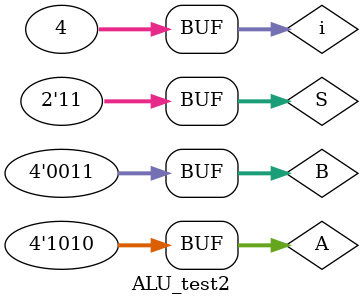
<source format=v>
`timescale 1ns / 1ps


module ALU_test2 ();
  reg [3:0] A, B;
  reg  [1:0] S;
  wire [3:0] C;
  wire Co;
  ALU test2 (
      A,
      B,
      S,
      C,
      Co
  );
  integer i;
  initial begin
    A[3:0] = 4'b1010;
    B[3:0] = 4'b0111;
    S[1:0] = 2'b00;
    #50;
    B[3:0] = 4'b0011;
    for (i = 0; i <= 3; i = i + 1) begin
      S[1:0] = i;
      #50;
    end
  end
endmodule

</source>
